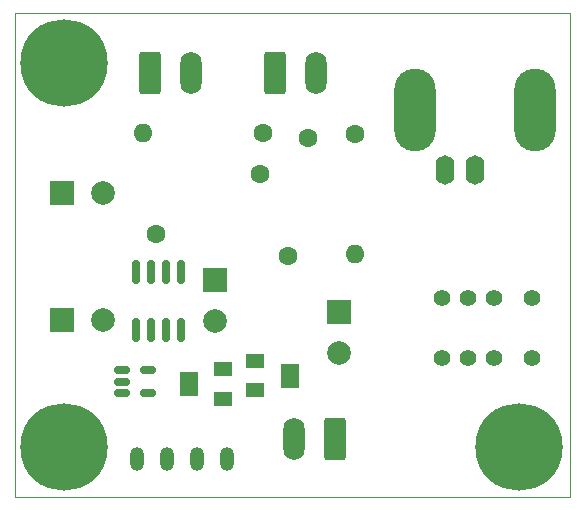
<source format=gbs>
%TF.GenerationSoftware,KiCad,Pcbnew,(6.0.7)*%
%TF.CreationDate,2022-08-25T15:43:46-04:00*%
%TF.ProjectId,chiller_interlock,6368696c-6c65-4725-9f69-6e7465726c6f,rev?*%
%TF.SameCoordinates,Original*%
%TF.FileFunction,Soldermask,Bot*%
%TF.FilePolarity,Negative*%
%FSLAX46Y46*%
G04 Gerber Fmt 4.6, Leading zero omitted, Abs format (unit mm)*
G04 Created by KiCad (PCBNEW (6.0.7)) date 2022-08-25 15:43:46*
%MOMM*%
%LPD*%
G01*
G04 APERTURE LIST*
G04 Aperture macros list*
%AMRoundRect*
0 Rectangle with rounded corners*
0 $1 Rounding radius*
0 $2 $3 $4 $5 $6 $7 $8 $9 X,Y pos of 4 corners*
0 Add a 4 corners polygon primitive as box body*
4,1,4,$2,$3,$4,$5,$6,$7,$8,$9,$2,$3,0*
0 Add four circle primitives for the rounded corners*
1,1,$1+$1,$2,$3*
1,1,$1+$1,$4,$5*
1,1,$1+$1,$6,$7*
1,1,$1+$1,$8,$9*
0 Add four rect primitives between the rounded corners*
20,1,$1+$1,$2,$3,$4,$5,0*
20,1,$1+$1,$4,$5,$6,$7,0*
20,1,$1+$1,$6,$7,$8,$9,0*
20,1,$1+$1,$8,$9,$2,$3,0*%
%AMHorizOval*
0 Thick line with rounded ends*
0 $1 width*
0 $2 $3 position (X,Y) of the first rounded end (center of the circle)*
0 $4 $5 position (X,Y) of the second rounded end (center of the circle)*
0 Add line between two ends*
20,1,$1,$2,$3,$4,$5,0*
0 Add two circle primitives to create the rounded ends*
1,1,$1,$2,$3*
1,1,$1,$4,$5*%
G04 Aperture macros list end*
%TA.AperFunction,Profile*%
%ADD10C,0.100000*%
%TD*%
%ADD11C,1.600000*%
%ADD12HorizOval,1.600000X0.000000X0.000000X0.000000X0.000000X0*%
%ADD13O,1.600000X2.500000*%
%ADD14O,3.500000X7.000000*%
%ADD15C,7.400000*%
%ADD16O,1.200000X2.000000*%
%ADD17C,1.400000*%
%ADD18RoundRect,0.250000X0.650000X1.550000X-0.650000X1.550000X-0.650000X-1.550000X0.650000X-1.550000X0*%
%ADD19O,1.800000X3.600000*%
%ADD20R,2.000000X2.000000*%
%ADD21C,2.000000*%
%ADD22HorizOval,1.600000X0.000000X0.000000X0.000000X0.000000X0*%
%ADD23RoundRect,0.250000X-0.650000X-1.550000X0.650000X-1.550000X0.650000X1.550000X-0.650000X1.550000X0*%
%ADD24O,1.600000X1.600000*%
%ADD25R,1.600000X1.300000*%
%ADD26R,1.600000X2.000000*%
%ADD27RoundRect,0.150000X-0.512500X-0.150000X0.512500X-0.150000X0.512500X0.150000X-0.512500X0.150000X0*%
%ADD28RoundRect,0.150000X-0.150000X0.825000X-0.150000X-0.825000X0.150000X-0.825000X0.150000X0.825000X0*%
G04 APERTURE END LIST*
D10*
X168000000Y-91000000D02*
X215000000Y-91000000D01*
X215000000Y-50000000D02*
X168000000Y-50000000D01*
X168000000Y-50000000D02*
X168000000Y-91000000D01*
X215000000Y-91000000D02*
X215000000Y-50000000D01*
D11*
%TO.C,R3*%
X188799409Y-63660000D03*
D12*
X180000591Y-68740000D03*
%TD*%
D13*
%TO.C,J4*%
X207000000Y-63250000D03*
D14*
X212080000Y-58170000D03*
D13*
X204460000Y-63250000D03*
D14*
X201920000Y-58170000D03*
%TD*%
D15*
%TO.C,J5*%
X210750000Y-86750000D03*
%TD*%
D16*
%TO.C,U1*%
X186010000Y-87800000D03*
X183470000Y-87800000D03*
X180930000Y-87800000D03*
X178390000Y-87800000D03*
%TD*%
D17*
%TO.C,K1*%
X211800000Y-74160000D03*
X208600000Y-74160000D03*
X206400000Y-74160000D03*
X204200000Y-74160000D03*
X204200000Y-79240000D03*
X206400000Y-79240000D03*
X208600000Y-79240000D03*
X211800000Y-79240000D03*
%TD*%
D18*
%TO.C,J2*%
X195132500Y-86057500D03*
D19*
X191632500Y-86057500D03*
%TD*%
D20*
%TO.C,C2*%
X171982323Y-76000000D03*
D21*
X175482323Y-76000000D03*
%TD*%
D11*
%TO.C,R1*%
X192882133Y-60597177D03*
D22*
X191117868Y-70602824D03*
%TD*%
D23*
%TO.C,J1*%
X179467500Y-55042500D03*
D19*
X182967500Y-55042500D03*
%TD*%
D20*
%TO.C,C4*%
X171982323Y-65200000D03*
D21*
X175482323Y-65200000D03*
%TD*%
D15*
%TO.C,J7*%
X172200000Y-86750000D03*
%TD*%
D11*
%TO.C,R4*%
X196800000Y-60220000D03*
D24*
X196800000Y-70380000D03*
%TD*%
D20*
%TO.C,C1*%
X185000000Y-72600000D03*
D21*
X185000000Y-76100000D03*
%TD*%
D20*
%TO.C,C3*%
X195500000Y-75282323D03*
D21*
X195500000Y-78782323D03*
%TD*%
D11*
%TO.C,R2*%
X189080000Y-60200000D03*
D24*
X178920000Y-60200000D03*
%TD*%
D15*
%TO.C,J6*%
X172200000Y-54200000D03*
%TD*%
D23*
%TO.C,J3*%
X190067500Y-55042500D03*
D19*
X193567500Y-55042500D03*
%TD*%
D25*
%TO.C,RV1*%
X188400000Y-81950000D03*
D26*
X191300000Y-80700000D03*
D25*
X188400000Y-79450000D03*
%TD*%
D27*
%TO.C,U2*%
X177062500Y-82150000D03*
X177062500Y-81200000D03*
X177062500Y-80250000D03*
X179337500Y-80250000D03*
X179337500Y-82150000D03*
%TD*%
D28*
%TO.C,U3*%
X178295000Y-71925000D03*
X179565000Y-71925000D03*
X180835000Y-71925000D03*
X182105000Y-71925000D03*
X182105000Y-76875000D03*
X180835000Y-76875000D03*
X179565000Y-76875000D03*
X178295000Y-76875000D03*
%TD*%
D25*
%TO.C,RV2*%
X185650000Y-80150000D03*
D26*
X182750000Y-81400000D03*
D25*
X185650000Y-82650000D03*
%TD*%
M02*

</source>
